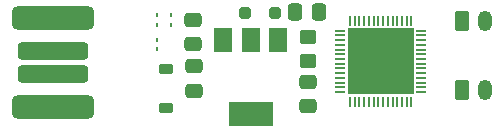
<source format=gbr>
%TF.GenerationSoftware,KiCad,Pcbnew,7.0.7-7.0.7~ubuntu22.04.1*%
%TF.CreationDate,2023-09-14T15:18:49+02:00*%
%TF.ProjectId,MoozyNano,4d6f6f7a-794e-4616-9e6f-2e6b69636164,rev?*%
%TF.SameCoordinates,Original*%
%TF.FileFunction,Soldermask,Top*%
%TF.FilePolarity,Negative*%
%FSLAX46Y46*%
G04 Gerber Fmt 4.6, Leading zero omitted, Abs format (unit mm)*
G04 Created by KiCad (PCBNEW 7.0.7-7.0.7~ubuntu22.04.1) date 2023-09-14 15:18:49*
%MOMM*%
%LPD*%
G01*
G04 APERTURE LIST*
G04 Aperture macros list*
%AMRoundRect*
0 Rectangle with rounded corners*
0 $1 Rounding radius*
0 $2 $3 $4 $5 $6 $7 $8 $9 X,Y pos of 4 corners*
0 Add a 4 corners polygon primitive as box body*
4,1,4,$2,$3,$4,$5,$6,$7,$8,$9,$2,$3,0*
0 Add four circle primitives for the rounded corners*
1,1,$1+$1,$2,$3*
1,1,$1+$1,$4,$5*
1,1,$1+$1,$6,$7*
1,1,$1+$1,$8,$9*
0 Add four rect primitives between the rounded corners*
20,1,$1+$1,$2,$3,$4,$5,0*
20,1,$1+$1,$4,$5,$6,$7,0*
20,1,$1+$1,$6,$7,$8,$9,0*
20,1,$1+$1,$8,$9,$2,$3,0*%
G04 Aperture macros list end*
%ADD10O,1.200000X1.750000*%
%ADD11RoundRect,0.250000X-0.350000X-0.625000X0.350000X-0.625000X0.350000X0.625000X-0.350000X0.625000X0*%
%ADD12RoundRect,0.250000X0.475000X-0.337500X0.475000X0.337500X-0.475000X0.337500X-0.475000X-0.337500X0*%
%ADD13RoundRect,0.250000X-0.475000X0.337500X-0.475000X-0.337500X0.475000X-0.337500X0.475000X0.337500X0*%
%ADD14RoundRect,0.250000X-0.337500X-0.475000X0.337500X-0.475000X0.337500X0.475000X-0.337500X0.475000X0*%
%ADD15R,5.600000X5.600000*%
%ADD16RoundRect,0.050000X-0.050000X-0.387500X0.050000X-0.387500X0.050000X0.387500X-0.050000X0.387500X0*%
%ADD17RoundRect,0.050000X-0.387500X-0.050000X0.387500X-0.050000X0.387500X0.050000X-0.387500X0.050000X0*%
%ADD18RoundRect,0.250000X-0.450000X0.350000X-0.450000X-0.350000X0.450000X-0.350000X0.450000X0.350000X0*%
%ADD19RoundRect,0.225000X-0.375000X0.225000X-0.375000X-0.225000X0.375000X-0.225000X0.375000X0.225000X0*%
%ADD20RoundRect,0.062500X0.062500X-0.117500X0.062500X0.117500X-0.062500X0.117500X-0.062500X-0.117500X0*%
%ADD21RoundRect,0.500000X-3.000000X-0.500000X3.000000X-0.500000X3.000000X0.500000X-3.000000X0.500000X0*%
%ADD22RoundRect,0.375000X-2.625000X-0.375000X2.625000X-0.375000X2.625000X0.375000X-2.625000X0.375000X0*%
%ADD23RoundRect,0.250000X0.250000X0.250000X-0.250000X0.250000X-0.250000X-0.250000X0.250000X-0.250000X0*%
%ADD24R,1.500000X2.000000*%
%ADD25R,3.800000X2.000000*%
G04 APERTURE END LIST*
D10*
%TO.C,J2*%
X148015200Y-85810000D03*
D11*
X146015200Y-85810000D03*
%TD*%
D10*
%TO.C,J1*%
X148015200Y-79968000D03*
D11*
X146015200Y-79968000D03*
%TD*%
D12*
%TO.C,C4*%
X132994400Y-85119300D03*
X132994400Y-87194300D03*
%TD*%
D13*
%TO.C,C1*%
X123342400Y-83823900D03*
X123342400Y-85898900D03*
%TD*%
D14*
%TO.C,C3*%
X131880700Y-79197200D03*
X133955700Y-79197200D03*
%TD*%
D15*
%TO.C,U2*%
X139172600Y-83388200D03*
D16*
X136572600Y-79950700D03*
X136972600Y-79950700D03*
X137372600Y-79950700D03*
X137772600Y-79950700D03*
X138172600Y-79950700D03*
X138572600Y-79950700D03*
X138972600Y-79950700D03*
X139372600Y-79950700D03*
X139772600Y-79950700D03*
X140172600Y-79950700D03*
X140572600Y-79950700D03*
X140972600Y-79950700D03*
X141372600Y-79950700D03*
X141772600Y-79950700D03*
D17*
X142610100Y-80788200D03*
X142610100Y-81188200D03*
X142610100Y-81588200D03*
X142610100Y-81988200D03*
X142610100Y-82388200D03*
X142610100Y-82788200D03*
X142610100Y-83188200D03*
X142610100Y-83588200D03*
X142610100Y-83988200D03*
X142610100Y-84388200D03*
X142610100Y-84788200D03*
X142610100Y-85188200D03*
X142610100Y-85588200D03*
X142610100Y-85988200D03*
D16*
X141772600Y-86825700D03*
X141372600Y-86825700D03*
X140972600Y-86825700D03*
X140572600Y-86825700D03*
X140172600Y-86825700D03*
X139772600Y-86825700D03*
X139372600Y-86825700D03*
X138972600Y-86825700D03*
X138572600Y-86825700D03*
X138172600Y-86825700D03*
X137772600Y-86825700D03*
X137372600Y-86825700D03*
X136972600Y-86825700D03*
X136572600Y-86825700D03*
D17*
X135735100Y-85988200D03*
X135735100Y-85588200D03*
X135735100Y-85188200D03*
X135735100Y-84788200D03*
X135735100Y-84388200D03*
X135735100Y-83988200D03*
X135735100Y-83588200D03*
X135735100Y-83188200D03*
X135735100Y-82788200D03*
X135735100Y-82388200D03*
X135735100Y-81988200D03*
X135735100Y-81588200D03*
X135735100Y-81188200D03*
X135735100Y-80788200D03*
%TD*%
D18*
%TO.C,R1*%
X133019800Y-81321400D03*
X133019800Y-83321400D03*
%TD*%
D12*
%TO.C,C2*%
X123317000Y-81936500D03*
X123317000Y-79861500D03*
%TD*%
D19*
%TO.C,D5*%
X120980200Y-84049600D03*
X120980200Y-87349600D03*
%TD*%
D20*
%TO.C,D2*%
X121412000Y-79484700D03*
X121412000Y-80324700D03*
%TD*%
D21*
%TO.C,U3*%
X111455200Y-79723600D03*
D22*
X111455200Y-82473600D03*
X111455200Y-84473600D03*
D21*
X111455200Y-87223600D03*
%TD*%
D23*
%TO.C,D1*%
X130180400Y-79273400D03*
X127680400Y-79273400D03*
%TD*%
D24*
%TO.C,U1*%
X130455500Y-81558600D03*
X128155500Y-81558600D03*
D25*
X128155500Y-87858600D03*
D24*
X125855500Y-81558600D03*
%TD*%
D20*
%TO.C,D3*%
X120269000Y-79484700D03*
X120269000Y-80324700D03*
%TD*%
%TO.C,D4*%
X120269000Y-81542100D03*
X120269000Y-82382100D03*
%TD*%
M02*

</source>
